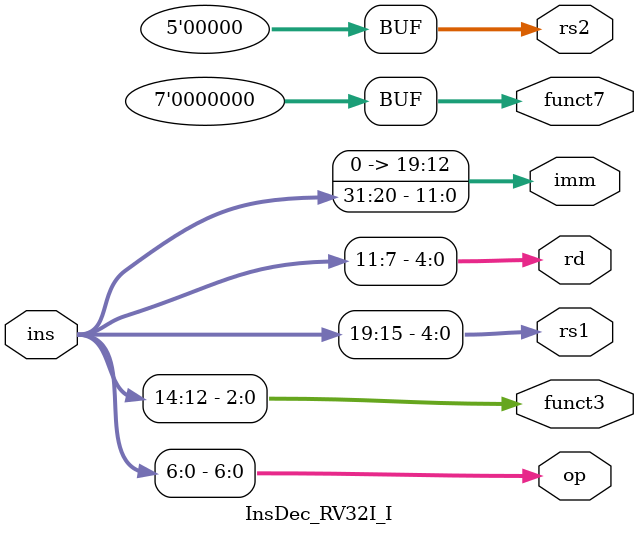
<source format=v>
module InsDec_RV32I_I(
    // 32位指令
    input wire [31:0] ins,

    // 操作码位段
    output wire [6:0] op,

    // 3位功能码位段  
    output wire [2:0] funct3,
    
    // 7位功能码位段
    output wire [6:0] funct7,
    
    // rs1地址位段
    output wire [4:0] rs1,

    // rs2地址位段
    output wire [4:0] rs2,

    // rd地址位段
    output wire [4:0] rd,

    // 立即数
    output wire [19:0] imm
);

    assign op = ins[6:0];
    assign funct3 = ins[14:12];
    assign funct7 = 7'd0;
    assign rs1 = ins[19:15];
    assign rs2 = 5'd0;
    assign rd = ins[11:7];
    assign imm = {8'd0, ins[31:20]};

endmodule
</source>
